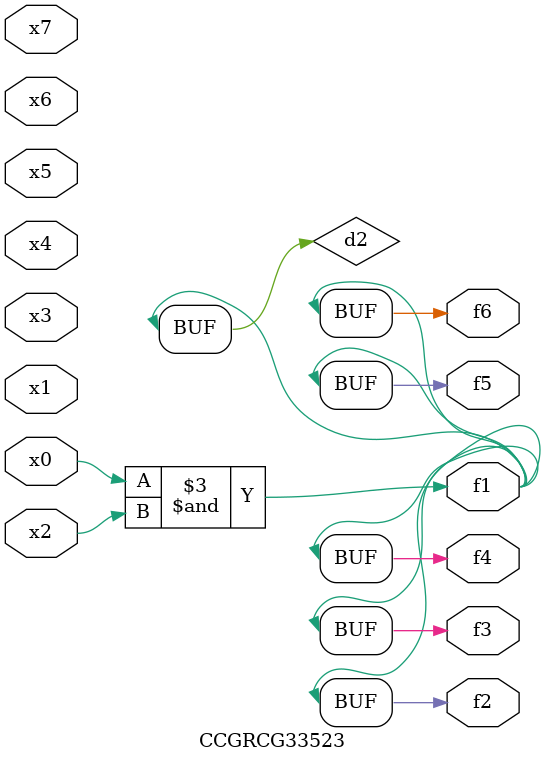
<source format=v>
module CCGRCG33523(
	input x0, x1, x2, x3, x4, x5, x6, x7,
	output f1, f2, f3, f4, f5, f6
);

	wire d1, d2;

	nor (d1, x3, x6);
	and (d2, x0, x2);
	assign f1 = d2;
	assign f2 = d2;
	assign f3 = d2;
	assign f4 = d2;
	assign f5 = d2;
	assign f6 = d2;
endmodule

</source>
